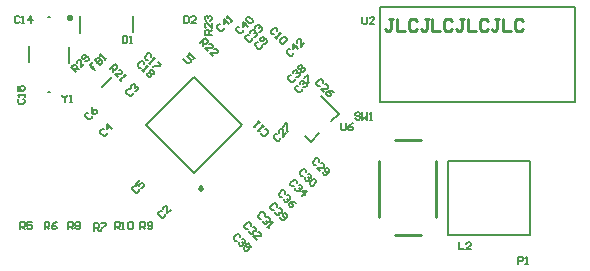
<source format=gto>
G04*
G04 #@! TF.GenerationSoftware,Altium Limited,Altium Designer,22.5.1 (42)*
G04*
G04 Layer_Color=65535*
%FSLAX25Y25*%
%MOIN*%
G70*
G04*
G04 #@! TF.SameCoordinates,7192FBDB-E104-44C5-AB31-B02996B251F2*
G04*
G04*
G04 #@! TF.FilePolarity,Positive*
G04*
G01*
G75*
%ADD10C,0.00591*%
%ADD11C,0.01000*%
%ADD12C,0.00787*%
%ADD13C,0.01181*%
D10*
X447590Y259547D02*
Y290945D01*
X382528Y259547D02*
Y290945D01*
Y259547D02*
X447590D01*
X382528Y290945D02*
X447590D01*
X300394Y282579D02*
Y288090D01*
X282677Y282480D02*
Y287992D01*
X278937Y272493D02*
Y277808D01*
X271949Y262847D02*
X272736Y262847D01*
X265453Y272591D02*
Y277906D01*
X271923Y287583D02*
X272710Y287583D01*
X405413Y215059D02*
X432185Y215059D01*
X405413Y215059D02*
Y239567D01*
X432776Y239567D01*
Y215059D02*
Y239567D01*
X432185Y215059D02*
X432776D01*
X289824Y264332D02*
X293374Y267882D01*
X304567Y251691D02*
X320574Y235683D01*
X304567Y251691D02*
X320644Y267768D01*
X336651Y251760D01*
X320574Y235683D02*
X336651Y251760D01*
X304110Y271905D02*
X304110Y272461D01*
X303554Y273018D01*
X302997D01*
X301884Y271905D01*
Y271348D01*
X302440Y270792D01*
X302997D01*
X303275Y269957D02*
X303832Y269400D01*
X303554Y269678D01*
X305223Y271348D01*
X304667D01*
X306058Y269957D02*
X306615Y269957D01*
X307171Y269400D01*
Y268843D01*
X306893Y268565D01*
X306336D01*
Y268008D01*
X306058Y267730D01*
X305502D01*
X304945Y268287D01*
Y268843D01*
X305223Y269122D01*
X305780D01*
Y269678D01*
X306058Y269957D01*
X305780Y269122D02*
X306336Y268565D01*
X306374Y274464D02*
X306374Y275020D01*
X305817Y275577D01*
X305261D01*
X304148Y274464D01*
Y273907D01*
X304704Y273351D01*
X305261D01*
X305539Y272516D02*
X306096Y271959D01*
X305817Y272237D01*
X307487Y273907D01*
X306930D01*
X308600Y272794D02*
X309714Y271681D01*
X309435Y271402D01*
X307209D01*
X306930Y271124D01*
X428741Y205512D02*
Y207874D01*
X429921D01*
X430315Y207480D01*
Y206693D01*
X429921Y206299D01*
X428741D01*
X431102Y205512D02*
X431889D01*
X431496D01*
Y207874D01*
X431102Y207480D01*
X276772Y261811D02*
Y261417D01*
X277559Y260630D01*
X278346Y261417D01*
Y261811D01*
X277559Y260630D02*
Y259449D01*
X279134D02*
X279921D01*
X279527D01*
Y261811D01*
X279134Y261417D01*
X369686Y252362D02*
Y250394D01*
X370079Y250000D01*
X370866D01*
X371260Y250394D01*
Y252362D01*
X373621D02*
X372834Y251968D01*
X372047Y251181D01*
Y250394D01*
X372441Y250000D01*
X373228D01*
X373621Y250394D01*
Y250787D01*
X373228Y251181D01*
X372047D01*
X376772Y287795D02*
Y285827D01*
X377166Y285433D01*
X377953D01*
X378347Y285827D01*
Y287795D01*
X380708Y285433D02*
X379134D01*
X380708Y287008D01*
Y287401D01*
X380314Y287795D01*
X379527D01*
X379134Y287401D01*
X317048Y273639D02*
X318440Y272248D01*
X318996D01*
X319553Y272804D01*
Y273361D01*
X318161Y274752D01*
X320388Y273639D02*
X320944Y274196D01*
X320666Y273917D01*
X318996Y275587D01*
Y275030D01*
X375985Y255511D02*
X375591Y255905D01*
X374804D01*
X374410Y255511D01*
Y255118D01*
X374804Y254724D01*
X375591D01*
X375985Y254331D01*
Y253937D01*
X375591Y253544D01*
X374804D01*
X374410Y253937D01*
X376772Y255905D02*
Y253544D01*
X377559Y254331D01*
X378346Y253544D01*
Y255905D01*
X379133Y253544D02*
X379920D01*
X379527D01*
Y255905D01*
X379133Y255511D01*
X281286Y269380D02*
X279616Y271049D01*
X280451Y271884D01*
X281007Y271884D01*
X281564Y271328D01*
Y270771D01*
X280729Y269936D01*
X281286Y270493D02*
X282399Y270493D01*
X284069Y272163D02*
X282956Y271049D01*
Y273276D01*
X282677Y273554D01*
X282121Y273554D01*
X281564Y272997D01*
Y272441D01*
X284347Y272997D02*
X284904D01*
X285460Y273554D01*
Y274111D01*
X284347Y275224D01*
X283790Y275224D01*
X283234Y274667D01*
Y274111D01*
X283512Y273832D01*
X284069D01*
X284904Y274667D01*
X326476Y281792D02*
X324115D01*
Y282973D01*
X324508Y283367D01*
X325295D01*
X325689Y282973D01*
Y281792D01*
Y282579D02*
X326476Y283367D01*
Y285728D02*
Y284154D01*
X324902Y285728D01*
X324508D01*
X324115Y285334D01*
Y284547D01*
X324508Y284154D01*
Y286515D02*
X324115Y286909D01*
Y287696D01*
X324508Y288089D01*
X324902D01*
X325295Y287696D01*
Y287302D01*
Y287696D01*
X325689Y288089D01*
X326082D01*
X326476Y287696D01*
Y286909D01*
X326082Y286515D01*
X322628Y279049D02*
X324297Y280719D01*
X325132Y279884D01*
X325132Y279327D01*
X324576Y278771D01*
X324019D01*
X323184Y279606D01*
X323741Y279049D02*
X323741Y277936D01*
X325411Y276266D02*
X324297Y277379D01*
X326524D01*
X326802Y277658D01*
X326802Y278214D01*
X326246Y278771D01*
X325689D01*
X327080Y274596D02*
X325967Y275709D01*
X328194D01*
X328472Y275988D01*
X328472Y276544D01*
X327915Y277101D01*
X327359D01*
X292493Y270405D02*
X294162Y272074D01*
X294997Y271239D01*
X294997Y270683D01*
X294441Y270126D01*
X293884D01*
X293049Y270961D01*
X293606Y270405D02*
X293606Y269291D01*
X295276Y267621D02*
X294162Y268735D01*
X296389D01*
X296667Y269013D01*
X296667Y269570D01*
X296111Y270126D01*
X295554D01*
X295832Y267065D02*
X296389Y266508D01*
X296111Y266787D01*
X297780Y268456D01*
X297224D01*
X294292Y216930D02*
Y219291D01*
X295473D01*
X295867Y218897D01*
Y218110D01*
X295473Y217717D01*
X294292D01*
X295079D02*
X295867Y216930D01*
X296654D02*
X297441D01*
X297047D01*
Y219291D01*
X296654Y218897D01*
X298622D02*
X299015Y219291D01*
X299802D01*
X300196Y218897D01*
Y217323D01*
X299802Y216930D01*
X299015D01*
X298622Y217323D01*
Y218897D01*
X302757Y216930D02*
Y219291D01*
X303937D01*
X304331Y218897D01*
Y218110D01*
X303937Y217717D01*
X302757D01*
X303544D02*
X304331Y216930D01*
X305118Y217323D02*
X305512Y216930D01*
X306299D01*
X306692Y217323D01*
Y218897D01*
X306299Y219291D01*
X305512D01*
X305118Y218897D01*
Y218504D01*
X305512Y218110D01*
X306692D01*
X278741Y216930D02*
Y219291D01*
X279922D01*
X280315Y218897D01*
Y218110D01*
X279922Y217717D01*
X278741D01*
X279528D02*
X280315Y216930D01*
X281102Y218897D02*
X281496Y219291D01*
X282283D01*
X282677Y218897D01*
Y218504D01*
X282283Y218110D01*
X282677Y217717D01*
Y217323D01*
X282283Y216930D01*
X281496D01*
X281102Y217323D01*
Y217717D01*
X281496Y218110D01*
X281102Y218504D01*
Y218897D01*
X281496Y218110D02*
X282283D01*
X287402Y216536D02*
Y218897D01*
X288583D01*
X288977Y218504D01*
Y217717D01*
X288583Y217323D01*
X287402D01*
X288189D02*
X288977Y216536D01*
X289764Y218897D02*
X291338D01*
Y218504D01*
X289764Y216929D01*
Y216536D01*
X270867Y216930D02*
Y219291D01*
X272047D01*
X272441Y218897D01*
Y218110D01*
X272047Y217717D01*
X270867D01*
X271654D02*
X272441Y216930D01*
X274802Y219291D02*
X274015Y218897D01*
X273228Y218110D01*
Y217323D01*
X273622Y216930D01*
X274409D01*
X274802Y217323D01*
Y217717D01*
X274409Y218110D01*
X273228D01*
X262599Y216930D02*
Y219291D01*
X263780D01*
X264173Y218897D01*
Y218110D01*
X263780Y217717D01*
X262599D01*
X263386D02*
X264173Y216930D01*
X266535Y219291D02*
X264961D01*
Y218110D01*
X265748Y218504D01*
X266141D01*
X266535Y218110D01*
Y217323D01*
X266141Y216930D01*
X265354D01*
X264961Y217323D01*
X409056Y212598D02*
Y210237D01*
X410630D01*
X412992D02*
X411417D01*
X412992Y211811D01*
Y212205D01*
X412598Y212598D01*
X411811D01*
X411417Y212205D01*
X286913Y272835D02*
X285800Y271722D01*
X286635Y270887D01*
X287191Y271443D01*
X286635Y270887D01*
X287470Y270052D01*
Y273391D02*
X289139Y271722D01*
X289974Y272556D01*
Y273113D01*
X289696Y273391D01*
X289139D01*
X288304Y272556D01*
X289139Y273391D01*
Y273948D01*
X288861Y274226D01*
X288304Y274226D01*
X287470Y273391D01*
X290809D02*
X291366Y273948D01*
X291087Y273670D01*
X289418Y275339D01*
Y274783D01*
X317225Y287992D02*
Y285630D01*
X318406D01*
X318799Y286024D01*
Y287598D01*
X318406Y287992D01*
X317225D01*
X321161Y285630D02*
X319586D01*
X321161Y287205D01*
Y287598D01*
X320767Y287992D01*
X319980D01*
X319586Y287598D01*
X296851Y281496D02*
Y279134D01*
X298032D01*
X298425Y279528D01*
Y281102D01*
X298032Y281496D01*
X296851D01*
X299212Y279134D02*
X299999D01*
X299606D01*
Y281496D01*
X299212Y281102D01*
X352661Y277003D02*
X352104Y277003D01*
X351548Y276446D01*
Y275889D01*
X352661Y274776D01*
X353218D01*
X353774Y275333D01*
Y275889D01*
X355444Y277003D02*
X353774Y278672D01*
Y277003D01*
X354887Y278116D01*
X357392Y278951D02*
X356279Y277837D01*
Y280064D01*
X356000Y280342D01*
X355444Y280342D01*
X354887Y279785D01*
Y279229D01*
X329416Y285253D02*
X328859Y285253D01*
X328302Y284697D01*
Y284140D01*
X329416Y283027D01*
X329972D01*
X330529Y283583D01*
Y284140D01*
X332199Y285253D02*
X330529Y286923D01*
Y285253D01*
X331642Y286366D01*
X333033Y286088D02*
X333590Y286645D01*
X333312Y286366D01*
X331642Y288036D01*
Y287480D01*
X335732Y284483D02*
X335175Y284483D01*
X334619Y283926D01*
Y283370D01*
X335732Y282256D01*
X336288D01*
X336845Y282813D01*
Y283370D01*
X338515Y284483D02*
X336845Y286153D01*
Y284483D01*
X337958Y285596D01*
Y286709D02*
Y287266D01*
X338515Y287822D01*
X339071Y287822D01*
X340185Y286709D01*
Y286153D01*
X339628Y285596D01*
X339071D01*
X337958Y286709D01*
X348262Y224504D02*
X348262Y225061D01*
X347706Y225618D01*
X347149D01*
X346036Y224504D01*
Y223948D01*
X346592Y223391D01*
X347149D01*
X348819Y223948D02*
X349376D01*
X349932Y223391D01*
X349932Y222835D01*
X349654Y222556D01*
X349097D01*
X348819Y222835D01*
X349097Y222556D01*
Y222000D01*
X348819Y221722D01*
X348262D01*
X347706Y222278D01*
Y222835D01*
X349376Y221165D02*
Y220608D01*
X349932Y220052D01*
X350489D01*
X351602Y221165D01*
X351602Y221722D01*
X351045Y222278D01*
X350489D01*
X350210Y222000D01*
Y221443D01*
X351045Y220608D01*
X353055Y268341D02*
X352498Y268341D01*
X351941Y267785D01*
Y267228D01*
X353055Y266115D01*
X353611D01*
X354168Y266671D01*
Y267228D01*
X353611Y268898D02*
Y269454D01*
X354168Y270011D01*
X354724Y270011D01*
X355003Y269732D01*
Y269176D01*
X354724Y268898D01*
X355003Y269176D01*
X355559D01*
X355838Y268898D01*
Y268341D01*
X355281Y267785D01*
X354724D01*
X355281Y270567D02*
Y271124D01*
X355838Y271681D01*
X356394Y271681D01*
X356673Y271402D01*
Y270846D01*
X357229D01*
X357507Y270567D01*
Y270011D01*
X356951Y269454D01*
X356394D01*
X356116Y269732D01*
Y270289D01*
X355559D01*
X355281Y270567D01*
X356116Y270289D02*
X356673Y270846D01*
X355417Y264798D02*
X354860Y264798D01*
X354304Y264241D01*
Y263685D01*
X355417Y262571D01*
X355973D01*
X356530Y263128D01*
Y263685D01*
X355973Y265354D02*
Y265911D01*
X356530Y266467D01*
X357087Y266467D01*
X357365Y266189D01*
Y265633D01*
X357087Y265354D01*
X357365Y265633D01*
X357922D01*
X358200Y265354D01*
Y264798D01*
X357643Y264241D01*
X357087D01*
X357365Y267302D02*
X358478Y268416D01*
X358756Y268137D01*
Y265911D01*
X359035Y265633D01*
X351018Y228835D02*
X351018Y229392D01*
X350462Y229948D01*
X349905D01*
X348792Y228835D01*
Y228278D01*
X349348Y227722D01*
X349905D01*
X351575Y228278D02*
X352131D01*
X352688Y227722D01*
X352688Y227165D01*
X352410Y226887D01*
X351853D01*
X351575Y227165D01*
X351853Y226887D01*
Y226330D01*
X351575Y226052D01*
X351018D01*
X350462Y226609D01*
Y227165D01*
X354636Y225774D02*
X353801Y226052D01*
X352688D01*
X352131Y225496D01*
Y224939D01*
X352688Y224382D01*
X353245D01*
X353523Y224661D01*
Y225217D01*
X352688Y226052D01*
X336058Y214268D02*
X336058Y214825D01*
X335501Y215381D01*
X334944D01*
X333831Y214268D01*
Y213712D01*
X334388Y213155D01*
X334944D01*
X336614Y213712D02*
X337171D01*
X337727Y213155D01*
X337727Y212598D01*
X337449Y212320D01*
X336893D01*
X336614Y212598D01*
X336893Y212320D01*
Y211764D01*
X336614Y211485D01*
X336058D01*
X335501Y212042D01*
Y212598D01*
X339675Y211207D02*
X338562Y212320D01*
X337727Y211485D01*
X338562Y211207D01*
X338841Y210929D01*
Y210372D01*
X338284Y209815D01*
X337727D01*
X337171Y210372D01*
Y210929D01*
X354955Y232378D02*
X354955Y232935D01*
X354399Y233492D01*
X353842D01*
X352729Y232378D01*
Y231822D01*
X353285Y231265D01*
X353842D01*
X355512Y231822D02*
X356068D01*
X356625Y231265D01*
X356625Y230709D01*
X356347Y230430D01*
X355790D01*
X355512Y230709D01*
X355790Y230430D01*
Y229874D01*
X355512Y229595D01*
X354955D01*
X354399Y230152D01*
Y230709D01*
X356625Y227926D02*
X358295Y229595D01*
X356625D01*
X357738Y228482D01*
X338881Y281727D02*
X338325Y281727D01*
X337768Y281170D01*
Y280614D01*
X338881Y279501D01*
X339438D01*
X339995Y280057D01*
Y280614D01*
X339438Y282283D02*
Y282840D01*
X339995Y283397D01*
X340551Y283397D01*
X340829Y283118D01*
Y282562D01*
X340551Y282283D01*
X340829Y282562D01*
X341386D01*
X341664Y282283D01*
Y281727D01*
X341108Y281170D01*
X340551D01*
X341108Y283953D02*
Y284510D01*
X341664Y285066D01*
X342221Y285066D01*
X342499Y284788D01*
Y284232D01*
X342221Y283953D01*
X342499Y284232D01*
X343056D01*
X343334Y283953D01*
Y283397D01*
X342778Y282840D01*
X342221D01*
X339601Y218205D02*
X339601Y218762D01*
X339044Y219318D01*
X338488D01*
X337374Y218205D01*
Y217649D01*
X337931Y217092D01*
X338488D01*
X340158Y217649D02*
X340714D01*
X341271Y217092D01*
X341271Y216535D01*
X340992Y216257D01*
X340436D01*
X340158Y216535D01*
X340436Y216257D01*
Y215701D01*
X340158Y215422D01*
X339601D01*
X339044Y215979D01*
Y216535D01*
X341549Y213474D02*
X340436Y214587D01*
X342662D01*
X342940Y214866D01*
X342940Y215422D01*
X342384Y215979D01*
X341827D01*
X344210Y221470D02*
X344210Y222027D01*
X343653Y222583D01*
X343097D01*
X341984Y221470D01*
Y220914D01*
X342540Y220357D01*
X343097D01*
X344766Y220914D02*
X345323D01*
X345880Y220357D01*
X345880Y219800D01*
X345601Y219522D01*
X345045D01*
X344766Y219800D01*
X345045Y219522D01*
Y218966D01*
X344766Y218687D01*
X344210D01*
X343653Y219244D01*
Y219800D01*
X345045Y217852D02*
X345601Y217296D01*
X345323Y217574D01*
X346993Y219244D01*
X346436D01*
X358105Y235922D02*
X358105Y236478D01*
X357548Y237035D01*
X356992D01*
X355878Y235922D01*
Y235365D01*
X356435Y234809D01*
X356992D01*
X358661Y235365D02*
X359218D01*
X359775Y234809D01*
X359775Y234252D01*
X359496Y233974D01*
X358940D01*
X358661Y234252D01*
X358940Y233974D01*
Y233417D01*
X358661Y233139D01*
X358105D01*
X357548Y233695D01*
Y234252D01*
X360331Y233695D02*
X360888D01*
X361444Y233139D01*
X361444Y232582D01*
X360331Y231469D01*
X359775D01*
X359218Y232026D01*
Y232582D01*
X360331Y233695D01*
X362436Y239465D02*
X362436Y240022D01*
X361879Y240578D01*
X361322D01*
X360209Y239465D01*
Y238909D01*
X360766Y238352D01*
X361322D01*
X362714Y236404D02*
X361601Y237517D01*
X363827D01*
X364105Y237795D01*
X364105Y238352D01*
X363549Y238909D01*
X362992D01*
X363549Y236125D02*
Y235569D01*
X364105Y235012D01*
X364662D01*
X365775Y236125D01*
X365775Y236682D01*
X365218Y237239D01*
X364662D01*
X364384Y236960D01*
Y236404D01*
X365218Y235569D01*
X348330Y248656D02*
X347774Y248656D01*
X347217Y248099D01*
Y247543D01*
X348330Y246430D01*
X348887D01*
X349443Y246986D01*
Y247543D01*
X351392Y248934D02*
X350278Y247821D01*
Y250047D01*
X350000Y250326D01*
X349443Y250326D01*
X348887Y249769D01*
Y249213D01*
X350278Y251161D02*
X351392Y252274D01*
X351670Y251996D01*
Y249769D01*
X351948Y249491D01*
X363617Y265843D02*
X363617Y266400D01*
X363060Y266956D01*
X362503D01*
X361390Y265843D01*
Y265286D01*
X361947Y264730D01*
X362503D01*
X363895Y262782D02*
X362782Y263895D01*
X365008D01*
X365286Y264173D01*
X365286Y264730D01*
X364730Y265286D01*
X364173D01*
X367234Y262782D02*
X366400Y263060D01*
X365286D01*
X364730Y262503D01*
Y261947D01*
X365286Y261390D01*
X365843D01*
X366121Y261669D01*
Y262225D01*
X365286Y263060D01*
X262205Y260434D02*
X261811Y260040D01*
Y259253D01*
X262205Y258859D01*
X263779D01*
X264173Y259253D01*
Y260040D01*
X263779Y260434D01*
X264173Y261221D02*
Y262008D01*
Y261614D01*
X261811D01*
X262205Y261221D01*
X261811Y264763D02*
Y263189D01*
X262992D01*
X262599Y263976D01*
Y264369D01*
X262992Y264763D01*
X263779D01*
X264173Y264369D01*
Y263582D01*
X263779Y263189D01*
X262501Y287598D02*
X262107Y287992D01*
X261320D01*
X260926Y287598D01*
Y286024D01*
X261320Y285630D01*
X262107D01*
X262501Y286024D01*
X263288Y285630D02*
X264075D01*
X263681D01*
Y287992D01*
X263288Y287598D01*
X266436Y285630D02*
Y287992D01*
X265255Y286811D01*
X266830D01*
X343053Y249141D02*
X343053Y248585D01*
X343609Y248028D01*
X344166D01*
X345279Y249141D01*
Y249698D01*
X344722Y250255D01*
X344166D01*
X343887Y251089D02*
X343331Y251646D01*
X343609Y251368D01*
X341939Y249698D01*
X342496D01*
Y252481D02*
X341939Y253038D01*
X342218Y252759D01*
X340548Y251089D01*
X341105Y251089D01*
X348401Y283027D02*
X348401Y283583D01*
X347845Y284140D01*
X347288D01*
X346175Y283027D01*
Y282470D01*
X346732Y281913D01*
X347288D01*
X347567Y281079D02*
X348123Y280522D01*
X347845Y280800D01*
X349515Y282470D01*
X348958D01*
X350349Y281079D02*
X350906Y281079D01*
X351463Y280522D01*
Y279965D01*
X350349Y278852D01*
X349793D01*
X349236Y279409D01*
Y279965D01*
X350349Y281079D01*
X342078Y279412D02*
X341522Y279412D01*
X340965Y278856D01*
Y278299D01*
X342078Y277186D01*
X342635D01*
X343192Y277742D01*
Y278299D01*
X343748Y278856D02*
X344305D01*
X344862Y279412D01*
Y279969D01*
X343748Y281082D01*
X343192Y281082D01*
X342635Y280525D01*
Y279969D01*
X342913Y279691D01*
X343470D01*
X344305Y280525D01*
X285386Y255790D02*
X284829Y255790D01*
X284272Y255234D01*
Y254677D01*
X285386Y253564D01*
X285942D01*
X286499Y254120D01*
Y254677D01*
X286777Y257738D02*
X286499Y256903D01*
Y255790D01*
X287055Y255234D01*
X287612D01*
X288169Y255790D01*
Y256347D01*
X287890Y256625D01*
X287334D01*
X286499Y255790D01*
X301134Y231381D02*
X300577Y231381D01*
X300020Y230824D01*
Y230268D01*
X301134Y229154D01*
X301690D01*
X302247Y229711D01*
Y230268D01*
X302525Y233329D02*
X301412Y232215D01*
X302247Y231381D01*
X302525Y232215D01*
X302803Y232494D01*
X303360D01*
X303917Y231937D01*
Y231381D01*
X303360Y230824D01*
X302803D01*
X290504Y250278D02*
X289947Y250278D01*
X289390Y249722D01*
Y249165D01*
X290504Y248052D01*
X291060D01*
X291617Y248608D01*
Y249165D01*
X293287Y250278D02*
X291617Y251948D01*
Y250278D01*
X292730Y251392D01*
X299165Y263664D02*
X298608Y263664D01*
X298052Y263107D01*
Y262551D01*
X299165Y261438D01*
X299722D01*
X300278Y261994D01*
Y262551D01*
X299722Y264221D02*
Y264777D01*
X300278Y265334D01*
X300835Y265334D01*
X301113Y265056D01*
Y264499D01*
X300835Y264221D01*
X301113Y264499D01*
X301670D01*
X301948Y264221D01*
Y263664D01*
X301392Y263107D01*
X300835D01*
X309795Y223113D02*
X309238Y223113D01*
X308682Y222556D01*
Y222000D01*
X309795Y220887D01*
X310352D01*
X310908Y221443D01*
Y222000D01*
X312856Y223391D02*
X311743Y222278D01*
Y224504D01*
X311465Y224783D01*
X310908Y224783D01*
X310352Y224226D01*
Y223670D01*
D11*
X387500Y215158D02*
X396358D01*
X387500Y246654D02*
X396358D01*
X382382Y221063D02*
Y239764D01*
X401279Y221063D02*
Y239764D01*
X386990Y287022D02*
X385678D01*
X386334D01*
Y283743D01*
X385678Y283087D01*
X385022D01*
X384366Y283743D01*
X388302Y287022D02*
Y283087D01*
X390926D01*
X394862Y286366D02*
X394205Y287022D01*
X392894D01*
X392238Y286366D01*
Y283743D01*
X392894Y283087D01*
X394205D01*
X394862Y283743D01*
X398797Y287022D02*
X397485D01*
X398141D01*
Y283743D01*
X397485Y283087D01*
X396829D01*
X396173Y283743D01*
X400109Y287022D02*
Y283087D01*
X402733D01*
X406669Y286366D02*
X406013Y287022D01*
X404701D01*
X404045Y286366D01*
Y283743D01*
X404701Y283087D01*
X406013D01*
X406669Y283743D01*
X410604Y287022D02*
X409293D01*
X409948D01*
Y283743D01*
X409293Y283087D01*
X408637D01*
X407981Y283743D01*
X411916Y287022D02*
Y283087D01*
X414540D01*
X418476Y286366D02*
X417820Y287022D01*
X416508D01*
X415852Y286366D01*
Y283743D01*
X416508Y283087D01*
X417820D01*
X418476Y283743D01*
X422412Y287022D02*
X421100D01*
X421756D01*
Y283743D01*
X421100Y283087D01*
X420444D01*
X419788Y283743D01*
X423724Y287022D02*
Y283087D01*
X426347D01*
X430283Y286366D02*
X429627Y287022D01*
X428315D01*
X427659Y286366D01*
Y283743D01*
X428315Y283087D01*
X429627D01*
X430283Y283743D01*
D12*
X359477Y246207D02*
X362400Y249130D01*
X366297Y253027D02*
X368803Y255533D01*
X362887Y261449D02*
X368803Y255533D01*
X357528Y248155D02*
X359477Y246207D01*
D13*
X278937Y287598D02*
X279462D01*
Y287074D01*
X278937D01*
Y287598D01*
X323358Y230533D02*
X322987Y230162D01*
X322616Y230533D01*
X322987Y230904D01*
X323358Y230533D01*
M02*

</source>
